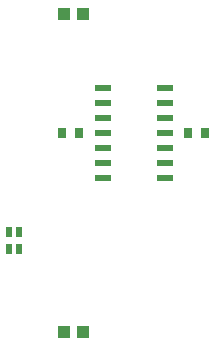
<source format=gtp>
G04 Layer: TopPasteMaskLayer*
G04 Panelize: V-CUT, Column: 2, Row: 2, Board Size: 58.42mm x 58.42mm, Panelized Board Size: 118.84mm x 118.84mm*
G04 EasyEDA v6.5.32, 2023-07-25 14:04:49*
G04 318043db9db14eaab2a862ada9992c2d,5a6b42c53f6a479593ecc07194224c93,10*
G04 Gerber Generator version 0.2*
G04 Scale: 100 percent, Rotated: No, Reflected: No *
G04 Dimensions in millimeters *
G04 leading zeros omitted , absolute positions ,4 integer and 5 decimal *
%FSLAX45Y45*%
%MOMM*%

%ADD10R,1.4300X0.5600*%
%ADD11R,1.0000X1.1000*%
%ADD12R,0.6000X0.8500*%
%ADD13R,0.8000X0.9000*%

%LPD*%
D10*
G01*
X3040506Y3276600D03*
G01*
X3040506Y3149600D03*
G01*
X3040506Y3022600D03*
G01*
X3040506Y2895600D03*
G01*
X3040506Y2768600D03*
G01*
X3040506Y2641600D03*
G01*
X3040506Y2514600D03*
G01*
X3563493Y2514600D03*
G01*
X3563493Y2641600D03*
G01*
X3563493Y2768600D03*
G01*
X3563493Y2895600D03*
G01*
X3563493Y3022600D03*
G01*
X3563493Y3149600D03*
G01*
X3563493Y3276600D03*
D11*
G01*
X2713990Y1206500D03*
G01*
X2873984Y1206500D03*
G01*
X2713990Y3898900D03*
G01*
X2873984Y3898900D03*
D12*
G01*
X2243505Y1908708D03*
G01*
X2328494Y2053691D03*
G01*
X2243505Y2053691D03*
G01*
X2328494Y1908708D03*
D13*
G01*
X3905402Y2895600D03*
G01*
X3765397Y2895600D03*
G01*
X2838602Y2895600D03*
G01*
X2698597Y2895600D03*
M02*

</source>
